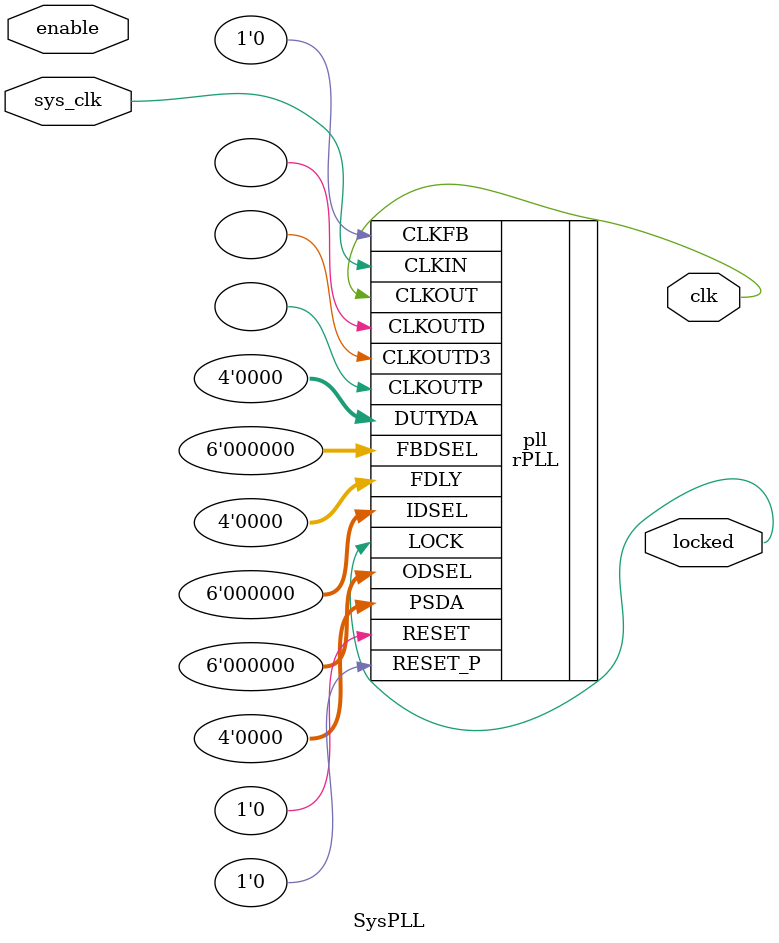
<source format=v>
module SysPLL ( 
        input sys_clk,
        input enable,
        output clk,
        output locked
    );

    // https://juj.github.io/gowin_fpga_code_generators/pll_calculator.html
    rPLL #(
        .DEVICE("GW2AR-18"),
        .FCLKIN("27"),
        .IDIV_SEL(0), // -> PFD = 27 MHz (range: 3-400 MHz)
        .FBDIV_SEL(3), // -> CLKOUT = 108 MHz (range: 3.125-600 MHz)
        .ODIV_SEL(8), // -> VCO = 864 MHz (range: 400-1200 MHz)
        .DYN_ODIV_SEL("false"),
        .DYN_FBDIV_SEL("false"),
        .DYN_IDIV_SEL("false"),
        .PSDA_SEL("0000"),
        .DYN_DA_EN("false"),
        .DUTYDA_SEL("1000"),
        .CLKOUT_FT_DIR(1'b1),
        .CLKOUTP_FT_DIR(1'b1),
        .CLKOUT_DLY_STEP(0),
        .CLKOUTP_DLY_STEP(0),
        .CLKFB_SEL("internal"),
        .CLKOUT_BYPASS("false"),
        .CLKOUTP_BYPASS("false"),
        .CLKOUTD_BYPASS("false"),
        .DYN_SDIV_SEL(2),
        .CLKOUTD_SRC("CLKOUT"),
        .CLKOUTD3_SRC("CLKOUT")
    ) pll (
        .CLKOUT(clk),
        .LOCK(locked),
        .CLKOUTP(),
        .CLKOUTD(),
        .CLKOUTD3(),
        .RESET(1'b0),
        .RESET_P(1'b0),
        .CLKIN(sys_clk),
        .CLKFB(1'b0),
        .FBDSEL(6'b00000),
        .IDSEL(6'b00000),
        .ODSEL(6'b0),
        .PSDA(4'b0),
        .DUTYDA(4'b0),
        .FDLY(4'b0)
    );

endmodule
</source>
